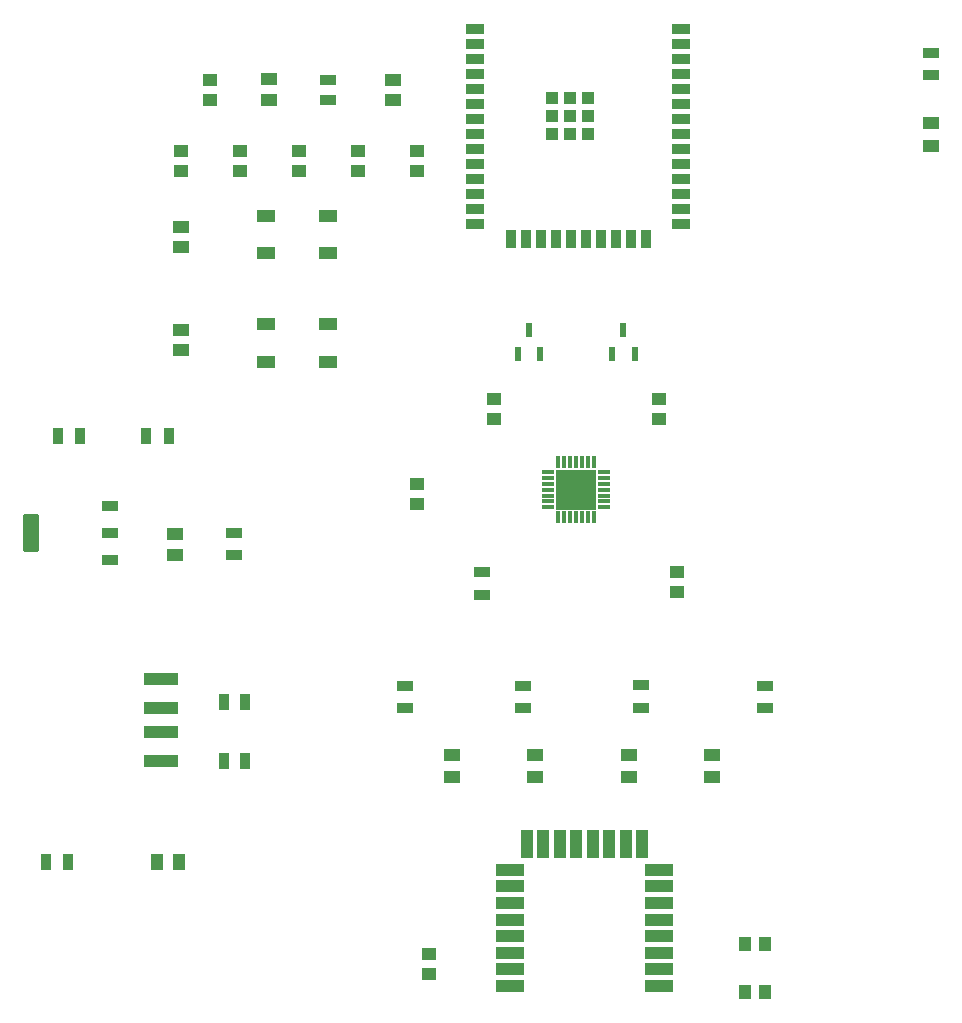
<source format=gbr>
%TF.GenerationSoftware,KiCad,Pcbnew,8.0.3*%
%TF.CreationDate,2024-10-11T11:20:33-04:00*%
%TF.ProjectId,G7 Senior Design V2,47372053-656e-4696-9f72-204465736967,rev?*%
%TF.SameCoordinates,Original*%
%TF.FileFunction,Paste,Top*%
%TF.FilePolarity,Positive*%
%FSLAX46Y46*%
G04 Gerber Fmt 4.6, Leading zero omitted, Abs format (unit mm)*
G04 Created by KiCad (PCBNEW 8.0.3) date 2024-10-11 11:20:33*
%MOMM*%
%LPD*%
G01*
G04 APERTURE LIST*
G04 Aperture macros list*
%AMRoundRect*
0 Rectangle with rounded corners*
0 $1 Rounding radius*
0 $2 $3 $4 $5 $6 $7 $8 $9 X,Y pos of 4 corners*
0 Add a 4 corners polygon primitive as box body*
4,1,4,$2,$3,$4,$5,$6,$7,$8,$9,$2,$3,0*
0 Add four circle primitives for the rounded corners*
1,1,$1+$1,$2,$3*
1,1,$1+$1,$4,$5*
1,1,$1+$1,$6,$7*
1,1,$1+$1,$8,$9*
0 Add four rect primitives between the rounded corners*
20,1,$1+$1,$2,$3,$4,$5,0*
20,1,$1+$1,$4,$5,$6,$7,0*
20,1,$1+$1,$6,$7,$8,$9,0*
20,1,$1+$1,$8,$9,$2,$3,0*%
G04 Aperture macros list end*
%ADD10R,1.346200X1.117600*%
%ADD11R,0.812800X1.346200*%
%ADD12R,1.400000X0.950000*%
%ADD13R,1.550000X1.000000*%
%ADD14R,1.199998X1.005599*%
%ADD15R,1.219200X1.066800*%
%ADD16R,1.420000X1.000000*%
%ADD17R,1.016000X1.193800*%
%ADD18R,1.470000X1.130000*%
%ADD19R,2.438400X0.990600*%
%ADD20R,0.990600X2.438400*%
%ADD21R,2.880000X1.120000*%
%ADD22R,0.920000X1.380000*%
%ADD23R,0.950000X1.400000*%
%ADD24R,0.558800X1.219200*%
%ADD25R,1.380000X0.920000*%
%ADD26R,1.000000X1.420000*%
%ADD27R,1.390000X0.910000*%
%ADD28R,1.498600X0.889000*%
%ADD29R,0.889000X1.498600*%
%ADD30R,1.041400X1.041400*%
%ADD31RoundRect,0.069750X0.585250X0.395250X-0.585250X0.395250X-0.585250X-0.395250X0.585250X-0.395250X0*%
%ADD32RoundRect,0.098250X0.556750X1.521750X-0.556750X1.521750X-0.556750X-1.521750X0.556750X-1.521750X0*%
%ADD33R,1.193800X1.016000*%
%ADD34R,1.000000X0.300000*%
%ADD35R,0.300000X1.000000*%
%ADD36R,3.350000X3.350000*%
%ADD37R,1.346200X0.812800*%
G04 APERTURE END LIST*
D10*
%TO.C,C1*%
X116000000Y-83500000D03*
X116000000Y-85201800D03*
%TD*%
D11*
%TO.C,R26*%
X119696600Y-120000000D03*
X121500000Y-120000000D03*
%TD*%
D12*
%TO.C,D2*%
X155000000Y-113550000D03*
X155000000Y-115450000D03*
%TD*%
D13*
%TO.C,EN*%
X123250000Y-73800000D03*
X128500000Y-73800000D03*
X123250000Y-77000000D03*
X128500000Y-77000000D03*
%TD*%
D14*
%TO.C,R11*%
X116000000Y-68294402D03*
X116000000Y-70000000D03*
%TD*%
D11*
%TO.C,R25*%
X119696600Y-115000000D03*
X121500000Y-115000000D03*
%TD*%
D12*
%TO.C,D1*%
X165500000Y-113600000D03*
X165500000Y-115500000D03*
%TD*%
D15*
%TO.C,C14*%
X131000000Y-70000000D03*
X131000000Y-68349000D03*
%TD*%
%TO.C,C22*%
X136000000Y-68349000D03*
X136000000Y-70000000D03*
%TD*%
D16*
%TO.C,R6*%
X139000000Y-121370000D03*
X139000000Y-119500000D03*
%TD*%
D17*
%TO.C,R33*%
X163798200Y-139500000D03*
X165500000Y-139500000D03*
%TD*%
D18*
%TO.C,C19*%
X123500000Y-62218000D03*
X123500000Y-64000000D03*
%TD*%
D19*
%TO.C,U2*%
X156500000Y-139000000D03*
X156500000Y-137600001D03*
X156500000Y-136200001D03*
X156500000Y-134800001D03*
X156500000Y-133399999D03*
X156500000Y-131999999D03*
X156500000Y-130599999D03*
X156500000Y-129200000D03*
D20*
X155096101Y-126999998D03*
X153696102Y-126999998D03*
X152296102Y-126999998D03*
X150896102Y-126999998D03*
X149496100Y-126999998D03*
X148096100Y-126999998D03*
X146696100Y-126999998D03*
X145296101Y-126999998D03*
D19*
X143892202Y-129200000D03*
X143892202Y-130599999D03*
X143892202Y-131999999D03*
X143892202Y-133399999D03*
X143892202Y-134800001D03*
X143892202Y-136200001D03*
X143892202Y-137600001D03*
X143892202Y-139000000D03*
%TD*%
D10*
%TO.C,C31*%
X116000000Y-74798200D03*
X116000000Y-76500000D03*
%TD*%
D21*
%TO.C,J1*%
X114372500Y-113000000D03*
X114372500Y-115500000D03*
X114372500Y-117500000D03*
X114372500Y-120000000D03*
%TD*%
D22*
%TO.C,R2*%
X115000000Y-92500000D03*
X113090000Y-92500000D03*
%TD*%
D14*
%TO.C,R22*%
X156500000Y-91000000D03*
X156500000Y-89294402D03*
%TD*%
D12*
%TO.C,D3*%
X145000000Y-113600000D03*
X145000000Y-115500000D03*
%TD*%
D23*
%TO.C,D5*%
X104600000Y-128500000D03*
X106500000Y-128500000D03*
%TD*%
D12*
%TO.C,D6*%
X179500000Y-60000000D03*
X179500000Y-61900000D03*
%TD*%
D24*
%TO.C,Q1*%
X144549999Y-85520999D03*
X146450001Y-85520999D03*
X145500000Y-83479000D03*
%TD*%
D16*
%TO.C,R5*%
X161000000Y-121370000D03*
X161000000Y-119500000D03*
%TD*%
D14*
%TO.C,R15-1*%
X137000000Y-136294402D03*
X137000000Y-138000000D03*
%TD*%
D25*
%TO.C,R24*%
X141500000Y-104000000D03*
X141500000Y-105910000D03*
%TD*%
D15*
%TO.C,C3*%
X118500000Y-62349000D03*
X118500000Y-64000000D03*
%TD*%
D16*
%TO.C,R4*%
X154000000Y-121370000D03*
X154000000Y-119500000D03*
%TD*%
D26*
%TO.C,R1*%
X115870000Y-128500000D03*
X114000000Y-128500000D03*
%TD*%
D14*
%TO.C,R23*%
X158000000Y-104000000D03*
X158000000Y-105705598D03*
%TD*%
D15*
%TO.C,C15*%
X126000000Y-68349000D03*
X126000000Y-70000000D03*
%TD*%
D27*
%TO.C,C20*%
X128500000Y-62360000D03*
X128500000Y-64000000D03*
%TD*%
D16*
%TO.C,R7*%
X146000000Y-121370000D03*
X146000000Y-119500000D03*
%TD*%
D13*
%TO.C,IO0*%
X123250000Y-83000000D03*
X128500000Y-83000000D03*
X123250000Y-86200000D03*
X128500000Y-86200000D03*
%TD*%
D28*
%TO.C,U1*%
X140905000Y-58000000D03*
X140905000Y-59270000D03*
X140905000Y-60540000D03*
X140905000Y-61810000D03*
X140905000Y-63080000D03*
X140905000Y-64350000D03*
X140905000Y-65620000D03*
X140905000Y-66890000D03*
X140905000Y-68160000D03*
X140905000Y-69430000D03*
X140905000Y-70700000D03*
X140905000Y-71970000D03*
X140905000Y-73240000D03*
X140905000Y-74510000D03*
D29*
X143940000Y-75760000D03*
X145210000Y-75760000D03*
X146480000Y-75760000D03*
X147750000Y-75760000D03*
X149020000Y-75760000D03*
X150290000Y-75760000D03*
X151560000Y-75760000D03*
X152830000Y-75760000D03*
X154100000Y-75760000D03*
X155370000Y-75760000D03*
D28*
X158405000Y-74510000D03*
X158405000Y-73240000D03*
X158405000Y-71970000D03*
X158405000Y-70700000D03*
X158405000Y-69430000D03*
X158405000Y-68160000D03*
X158405000Y-66890000D03*
X158405000Y-65620000D03*
X158405000Y-64350000D03*
X158405000Y-63080000D03*
X158405000Y-61810000D03*
X158405000Y-60540000D03*
X158405000Y-59270000D03*
X158405000Y-58000000D03*
D30*
X148975000Y-65340000D03*
X147450000Y-63815000D03*
X147450000Y-65340000D03*
X147450000Y-66865000D03*
X148975000Y-66865000D03*
X150500000Y-66865000D03*
X150500000Y-65340000D03*
X150500000Y-63815000D03*
X148975000Y-63815000D03*
%TD*%
D14*
%TO.C,R21*%
X142500000Y-91000000D03*
X142500000Y-89294402D03*
%TD*%
D12*
%TO.C,D4*%
X135000000Y-113600000D03*
X135000000Y-115500000D03*
%TD*%
D31*
%TO.C,U3*%
X110000000Y-103000000D03*
X110000000Y-100710000D03*
X110000000Y-98420000D03*
D32*
X103310000Y-100710000D03*
%TD*%
D16*
%TO.C,R3*%
X179500000Y-67870000D03*
X179500000Y-66000000D03*
%TD*%
D23*
%TO.C,LED1*%
X105600000Y-92500000D03*
X107500000Y-92500000D03*
%TD*%
D33*
%TO.C,R32*%
X136000000Y-96500000D03*
X136000000Y-98201800D03*
%TD*%
D24*
%TO.C,Q2*%
X152549999Y-85520999D03*
X154450001Y-85520999D03*
X153500000Y-83479000D03*
%TD*%
D14*
%TO.C,R34*%
X121000000Y-68294402D03*
X121000000Y-70000000D03*
%TD*%
D34*
%TO.C,IC3*%
X147150000Y-95500000D03*
X147150000Y-96000000D03*
X147150000Y-96500000D03*
X147150000Y-97000000D03*
X147150000Y-97500000D03*
X147150000Y-98000000D03*
X147150000Y-98500000D03*
D35*
X148000000Y-99350000D03*
X148500000Y-99350000D03*
X149000000Y-99350000D03*
X149500000Y-99350000D03*
X150000000Y-99350000D03*
X150500000Y-99350000D03*
X151000000Y-99350000D03*
D34*
X151850000Y-98500000D03*
X151850000Y-98000000D03*
X151850000Y-97500000D03*
X151850000Y-97000000D03*
X151850000Y-96500000D03*
X151850000Y-96000000D03*
X151850000Y-95500000D03*
D35*
X151000000Y-94650000D03*
X150500000Y-94650000D03*
X150000000Y-94650000D03*
X149500000Y-94650000D03*
X149000000Y-94650000D03*
X148500000Y-94650000D03*
X148000000Y-94650000D03*
D36*
X149500000Y-97000000D03*
%TD*%
D37*
%TO.C,R0-1*%
X120500000Y-100696600D03*
X120500000Y-102500000D03*
%TD*%
D10*
%TO.C,C21*%
X134000000Y-62298200D03*
X134000000Y-64000000D03*
%TD*%
D17*
%TO.C,R31*%
X163798200Y-135500000D03*
X165500000Y-135500000D03*
%TD*%
D10*
%TO.C,C3-1*%
X115500000Y-100798200D03*
X115500000Y-102500000D03*
%TD*%
M02*

</source>
